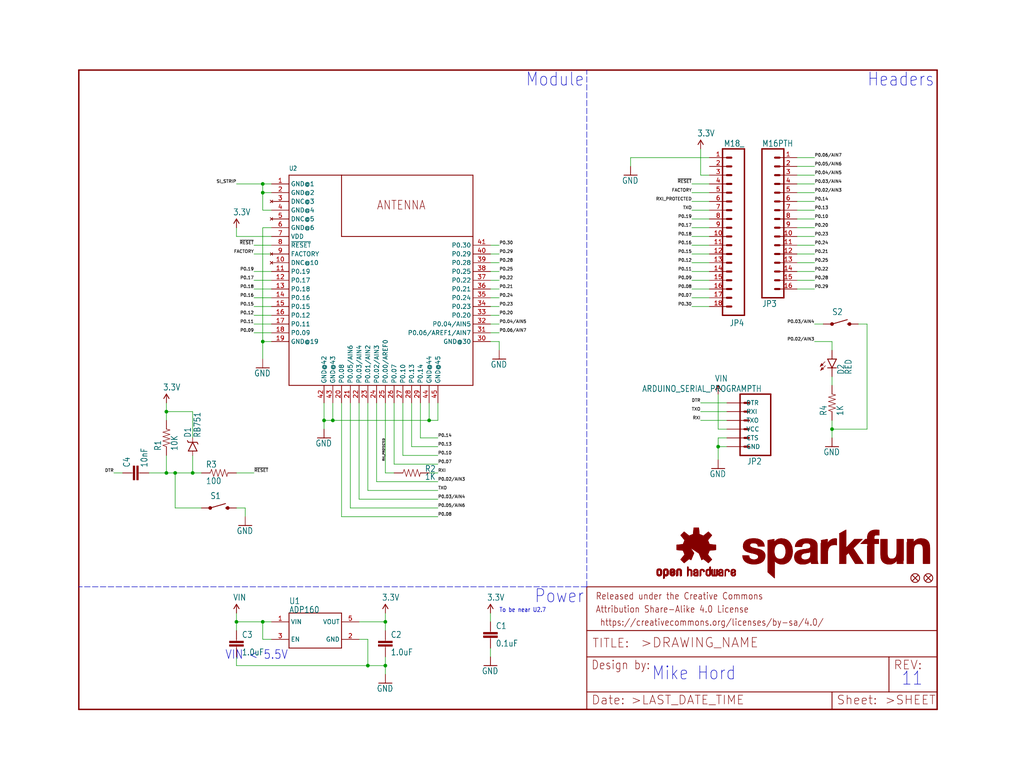
<source format=kicad_sch>
(kicad_sch (version 20211123) (generator eeschema)
  (paper "User" 297.002 225.069)
  (lib_symbols
    (symbol "eagleSchem-eagle-import:0.1UF-25V(+80{slash}-20%)(0603)"
      (property "Reference" "C" (at 1.524 2.921 0))
      (property "Value" "0.1UF-25V(+80{slash}-20%)(0603)" (at 1.524 -2.159 0))
      (symbol "0.1UF-25V(+80{slash}-20%)(0603)_1_0"
        (pin passive line (at 0 5.08 270) (length 2.54) (name "1") (number "1"))
        (pin passive line (at 0 -2.54 90) (length 2.54) (name "2") (number "2"))
      )
    )
    (symbol "eagleSchem-eagle-import:1.0UF-16V-10%(0603)"
      (property "Reference" "C" (at 1.524 2.921 0))
      (property "Value" "1.0UF-16V-10%(0603)" (at 1.524 -2.159 0))
      (symbol "1.0UF-16V-10%(0603)_1_0"
        (pin passive line (at 0 5.08 270) (length 2.54) (name "1") (number "1"))
        (pin passive line (at 0 -2.54 90) (length 2.54) (name "2") (number "2"))
      )
    )
    (symbol "eagleSchem-eagle-import:100OHM-1{slash}10W-1%(0603)"
      (property "Reference" "R" (at -3.81 1.4986 0))
      (property "Value" "100OHM-1{slash}10W-1%(0603)" (at -3.81 -3.302 0))
      (symbol "100OHM-1{slash}10W-1%(0603)_1_0"
        (pin passive line (at -5.08 0 0) (length 2.54) (name "1") (number "1"))
        (pin passive line (at 5.08 0 180) (length 2.54) (name "2") (number "2"))
      )
    )
    (symbol "eagleSchem-eagle-import:10KOHM-1{slash}10W-1%(0603)0603"
      (property "Reference" "R" (at -3.81 1.4986 0))
      (property "Value" "10KOHM-1{slash}10W-1%(0603)0603" (at -3.81 -3.302 0))
      (symbol "10KOHM-1{slash}10W-1%(0603)0603_1_0"
        (pin passive line (at -5.08 0 0) (length 2.54) (name "1") (number "1"))
        (pin passive line (at 5.08 0 180) (length 2.54) (name "2") (number "2"))
      )
    )
    (symbol "eagleSchem-eagle-import:10NF{slash}10000PF-50V-10%(0603)"
      (property "Reference" "C" (at 1.524 2.921 0))
      (property "Value" "10NF{slash}10000PF-50V-10%(0603)" (at 1.524 -2.159 0))
      (symbol "10NF{slash}10000PF-50V-10%(0603)_1_0"
        (pin passive line (at 0 5.08 270) (length 2.54) (name "1") (number "1"))
        (pin passive line (at 0 -2.54 90) (length 2.54) (name "2") (number "2"))
      )
    )
    (symbol "eagleSchem-eagle-import:1KOHM-1{slash}10W-1%(0603)"
      (property "Reference" "R" (at -3.81 1.4986 0))
      (property "Value" "1KOHM-1{slash}10W-1%(0603)" (at -3.81 -3.302 0))
      (symbol "1KOHM-1{slash}10W-1%(0603)_1_0"
        (pin passive line (at -5.08 0 0) (length 2.54) (name "1") (number "1"))
        (pin passive line (at 5.08 0 180) (length 2.54) (name "2") (number "2"))
      )
    )
    (symbol "eagleSchem-eagle-import:3.3V" (power)
      (property "Value" "3.3V" (at -1.016 3.556 0))
      (symbol "3.3V_1_0"
        (pin power_in line (at 0 0 90) (length 2.54) (name "3.3V") (number "1"))
      )
    )
    (symbol "eagleSchem-eagle-import:ADP160"
      (property "Reference" "U" (at -7.62 7.62 0))
      (property "Value" "ADP160" (at -7.62 5.08 0))
      (symbol "ADP160_1_0"
        (pin bidirectional line (at -12.7 2.54 0) (length 5.08) (name "VIN") (number "1"))
        (pin bidirectional line (at 12.7 -2.54 180) (length 5.08) (name "GND") (number "2"))
        (pin bidirectional line (at -12.7 -2.54 0) (length 5.08) (name "EN") (number "3"))
        (pin bidirectional line (at 12.7 2.54 180) (length 5.08) (name "VOUT") (number "5"))
      )
    )
    (symbol "eagleSchem-eagle-import:ARDUINO_SERIAL_PROGRAMPTH"
      (property "Reference" "JP" (at -5.08 10.922 0))
      (property "Value" "ARDUINO_SERIAL_PROGRAMPTH" (at -5.08 -10.16 0))
      (symbol "ARDUINO_SERIAL_PROGRAMPTH_1_0"
        (pin passive line (at 5.08 -5.08 180) (length 5.08) (name "DTR") (number "1"))
        (pin passive line (at 5.08 -2.54 180) (length 5.08) (name "RXI") (number "2"))
        (pin passive line (at 5.08 0 180) (length 5.08) (name "TXO") (number "3"))
        (pin passive line (at 5.08 2.54 180) (length 5.08) (name "VCC") (number "4"))
        (pin passive line (at 5.08 5.08 180) (length 5.08) (name "CTS") (number "5"))
        (pin passive line (at 5.08 7.62 180) (length 5.08) (name "GND") (number "6"))
      )
    )
    (symbol "eagleSchem-eagle-import:DIODE-SCHOTTKY-RB751"
      (property "Reference" "D" (at 2.54 0.4826 0))
      (property "Value" "DIODE-SCHOTTKY-RB751" (at 2.54 -2.3114 0))
      (symbol "DIODE-SCHOTTKY-RB751_1_0"
        (pin passive line (at -2.54 0 0) (length 0) (name "A") (number "A"))
        (pin passive line (at 2.54 0 180) (length 0) (name "C") (number "C"))
      )
    )
    (symbol "eagleSchem-eagle-import:FIDUCIALUFIDUCIAL")
    (symbol "eagleSchem-eagle-import:FRAME-LETTER"
      (symbol "FRAME-LETTER_2_0"
        (text " https://creativecommons.org/licenses/by-sa/4.0/" (at 2.54 24.13 0) (effects (font (size 1.9304 1.6408)) (justify left bottom)))
        (text ">DRAWING_NAME" (at 15.494 17.78 0) (effects (font (size 2.7432 2.7432)) (justify left bottom)))
        (text ">LAST_DATE_TIME" (at 12.7 1.27 0) (effects (font (size 2.54 2.54)) (justify left bottom)))
        (text ">SHEET" (at 86.36 1.27 0) (effects (font (size 2.54 2.54)) (justify left bottom)))
        (text "Attribution Share-Alike 4.0 License" (at 2.54 27.94 0) (effects (font (size 1.9304 1.6408)) (justify left bottom)))
        (text "Date:" (at 1.27 1.27 0) (effects (font (size 2.54 2.54)) (justify left bottom)))
        (text "Design by:" (at 1.27 11.43 0) (effects (font (size 2.54 2.159)) (justify left bottom)))
        (text "Released under the Creative Commons" (at 2.54 31.75 0) (effects (font (size 1.9304 1.6408)) (justify left bottom)))
        (text "REV:" (at 88.9 11.43 0) (effects (font (size 2.54 2.54)) (justify left bottom)))
        (text "Sheet:" (at 72.39 1.27 0) (effects (font (size 2.54 2.54)) (justify left bottom)))
        (text "TITLE:" (at 1.524 17.78 0) (effects (font (size 2.54 2.54)) (justify left bottom)))
      )
    )
    (symbol "eagleSchem-eagle-import:GND" (power)
      (property "Value" "GND" (at -2.54 -2.54 0))
      (symbol "GND_1_0"
        (pin power_in line (at 0 2.54 270) (length 2.54) (name "GND") (number "1"))
      )
    )
    (symbol "eagleSchem-eagle-import:LED-RED0603"
      (property "Reference" "D" (at 3.556 -4.572 90))
      (property "Value" "LED-RED0603" (at 5.715 -4.572 90))
      (symbol "LED-RED0603_1_0"
        (pin passive line (at 0 2.54 270) (length 2.54) (name "A") (number "A"))
        (pin passive line (at 0 -5.08 90) (length 2.54) (name "C") (number "C"))
      )
    )
    (symbol "eagleSchem-eagle-import:M16PTH"
      (property "Reference" "JP" (at 0 21.082 0))
      (property "Value" "M16PTH" (at 0 -25.4 0))
      (symbol "M16PTH_1_0"
        (pin passive line (at 10.16 -20.32 180) (length 5.08) (name "1") (number "1"))
        (pin passive line (at 10.16 2.54 180) (length 5.08) (name "10") (number "10"))
        (pin passive line (at 10.16 5.08 180) (length 5.08) (name "11") (number "11"))
        (pin passive line (at 10.16 7.62 180) (length 5.08) (name "12") (number "12"))
        (pin passive line (at 10.16 10.16 180) (length 5.08) (name "13") (number "13"))
        (pin passive line (at 10.16 12.7 180) (length 5.08) (name "14") (number "14"))
        (pin passive line (at 10.16 15.24 180) (length 5.08) (name "15") (number "15"))
        (pin passive line (at 10.16 17.78 180) (length 5.08) (name "16") (number "16"))
        (pin passive line (at 10.16 -17.78 180) (length 5.08) (name "2") (number "2"))
        (pin passive line (at 10.16 -15.24 180) (length 5.08) (name "3") (number "3"))
        (pin passive line (at 10.16 -12.7 180) (length 5.08) (name "4") (number "4"))
        (pin passive line (at 10.16 -10.16 180) (length 5.08) (name "5") (number "5"))
        (pin passive line (at 10.16 -7.62 180) (length 5.08) (name "6") (number "6"))
        (pin passive line (at 10.16 -5.08 180) (length 5.08) (name "7") (number "7"))
        (pin passive line (at 10.16 -2.54 180) (length 5.08) (name "8") (number "8"))
        (pin passive line (at 10.16 0 180) (length 5.08) (name "9") (number "9"))
      )
    )
    (symbol "eagleSchem-eagle-import:M18_"
      (property "Reference" "JP" (at -2.54 24.13 0))
      (property "Value" "M18_" (at -2.54 -27.94 0))
      (symbol "M18__1_0"
        (pin passive line (at 7.62 -22.86 180) (length 5.08) (name "1") (number "1"))
        (pin passive line (at 7.62 0 180) (length 5.08) (name "10") (number "10"))
        (pin passive line (at 7.62 2.54 180) (length 5.08) (name "11") (number "11"))
        (pin passive line (at 7.62 5.08 180) (length 5.08) (name "12") (number "12"))
        (pin passive line (at 7.62 7.62 180) (length 5.08) (name "13") (number "13"))
        (pin passive line (at 7.62 10.16 180) (length 5.08) (name "14") (number "14"))
        (pin passive line (at 7.62 12.7 180) (length 5.08) (name "15") (number "15"))
        (pin passive line (at 7.62 15.24 180) (length 5.08) (name "16") (number "16"))
        (pin passive line (at 7.62 17.78 180) (length 5.08) (name "17") (number "17"))
        (pin passive line (at 7.62 20.32 180) (length 5.08) (name "18") (number "18"))
        (pin passive line (at 7.62 -20.32 180) (length 5.08) (name "2") (number "2"))
        (pin passive line (at 7.62 -17.78 180) (length 5.08) (name "3") (number "3"))
        (pin passive line (at 7.62 -15.24 180) (length 5.08) (name "4") (number "4"))
        (pin passive line (at 7.62 -12.7 180) (length 5.08) (name "5") (number "5"))
        (pin passive line (at 7.62 -10.16 180) (length 5.08) (name "6") (number "6"))
        (pin passive line (at 7.62 -7.62 180) (length 5.08) (name "7") (number "7"))
        (pin passive line (at 7.62 -5.08 180) (length 5.08) (name "8") (number "8"))
        (pin passive line (at 7.62 -2.54 180) (length 5.08) (name "9") (number "9"))
      )
    )
    (symbol "eagleSchem-eagle-import:OSHW-LOGOS")
    (symbol "eagleSchem-eagle-import:RFD77101"
      (property "Value" "RFD77101" (at 17.78 34.036 0))
      (symbol "RFD77101_1_0"
        (text "ANTENNA" (at 0 22.86 0) (effects (font (size 2.54 2.159)) (justify left bottom)))
        (pin power_in line (at -30.48 30.48 0) (length 5.08) (name "GND@1") (number "1"))
        (pin no_connect line (at -30.48 7.62 0) (length 5.08) (name "DNC@10") (number "10"))
        (pin bidirectional line (at -30.48 5.08 0) (length 5.08) (name "P0.19") (number "11"))
        (pin bidirectional line (at -30.48 2.54 0) (length 5.08) (name "P0.17") (number "12"))
        (pin bidirectional line (at -30.48 0 0) (length 5.08) (name "P0.18") (number "13"))
        (pin bidirectional line (at -30.48 -2.54 0) (length 5.08) (name "P0.16") (number "14"))
        (pin bidirectional line (at -30.48 -5.08 0) (length 5.08) (name "P0.15") (number "15"))
        (pin bidirectional line (at -30.48 -7.62 0) (length 5.08) (name "P0.12") (number "16"))
        (pin bidirectional line (at -30.48 -10.16 0) (length 5.08) (name "P0.11") (number "17"))
        (pin bidirectional line (at -30.48 -12.7 0) (length 5.08) (name "P0.09") (number "18"))
        (pin power_in line (at -30.48 -15.24 0) (length 5.08) (name "GND@19") (number "19"))
        (pin power_in line (at -30.48 27.94 0) (length 5.08) (name "GND@2") (number "2"))
        (pin bidirectional line (at -10.16 -33.02 90) (length 5.08) (name "P0.08") (number "20"))
        (pin bidirectional line (at -7.62 -33.02 90) (length 5.08) (name "P0.05/AIN6") (number "21"))
        (pin bidirectional line (at -5.08 -33.02 90) (length 5.08) (name "P0.03/AIN4") (number "22"))
        (pin bidirectional line (at -2.54 -33.02 90) (length 5.08) (name "P0.01/AIN2") (number "23"))
        (pin bidirectional line (at 0 -33.02 90) (length 5.08) (name "P0.02/AIN3") (number "24"))
        (pin bidirectional line (at 2.54 -33.02 90) (length 5.08) (name "P0.00/AREF0") (number "25"))
        (pin bidirectional line (at 5.08 -33.02 90) (length 5.08) (name "P0.07") (number "26"))
        (pin bidirectional line (at 7.62 -33.02 90) (length 5.08) (name "P0.10") (number "27"))
        (pin bidirectional line (at 10.16 -33.02 90) (length 5.08) (name "P0.13") (number "28"))
        (pin bidirectional line (at 12.7 -33.02 90) (length 5.08) (name "P0.14") (number "29"))
        (pin no_connect line (at -30.48 25.4 0) (length 5.08) (name "DNC@3") (number "3"))
        (pin power_in line (at 33.02 -15.24 180) (length 5.08) (name "GND@30") (number "30"))
        (pin bidirectional line (at 33.02 -12.7 180) (length 5.08) (name "P0.06/AREF1/AIN7") (number "31"))
        (pin bidirectional line (at 33.02 -10.16 180) (length 5.08) (name "P0.04/AIN5") (number "32"))
        (pin bidirectional line (at 33.02 -7.62 180) (length 5.08) (name "P0.20") (number "33"))
        (pin bidirectional line (at 33.02 -5.08 180) (length 5.08) (name "P0.23") (number "34"))
        (pin bidirectional line (at 33.02 -2.54 180) (length 5.08) (name "P0.24") (number "35"))
        (pin bidirectional line (at 33.02 0 180) (length 5.08) (name "P0.21") (number "36"))
        (pin bidirectional line (at 33.02 2.54 180) (length 5.08) (name "P0.22") (number "37"))
        (pin bidirectional line (at 33.02 5.08 180) (length 5.08) (name "P0.25") (number "38"))
        (pin bidirectional line (at 33.02 7.62 180) (length 5.08) (name "P0.28") (number "39"))
        (pin power_in line (at -30.48 22.86 0) (length 5.08) (name "GND@4") (number "4"))
        (pin bidirectional line (at 33.02 10.16 180) (length 5.08) (name "P0.29") (number "40"))
        (pin bidirectional line (at 33.02 12.7 180) (length 5.08) (name "P0.30") (number "41"))
        (pin power_in line (at -15.24 -33.02 90) (length 5.08) (name "GND@42") (number "42"))
        (pin power_in line (at -12.7 -33.02 90) (length 5.08) (name "GND@43") (number "43"))
        (pin power_in line (at 15.24 -33.02 90) (length 5.08) (name "GND@44") (number "44"))
        (pin power_in line (at 17.78 -33.02 90) (length 5.08) (name "GND@45") (number "45"))
        (pin no_connect line (at -30.48 20.32 0) (length 5.08) (name "DNC@5") (number "5"))
        (pin power_in line (at -30.48 17.78 0) (length 5.08) (name "GND@6") (number "6"))
        (pin power_in line (at -30.48 15.24 0) (length 5.08) (name "VDD") (number "7"))
        (pin input line (at -30.48 12.7 0) (length 5.08) (name "~{RESET}") (number "8"))
        (pin no_connect line (at -30.48 10.16 0) (length 5.08) (name "FACTORY") (number "9"))
      )
    )
    (symbol "eagleSchem-eagle-import:SFE_LOGO_NAME.1_INCH")
    (symbol "eagleSchem-eagle-import:SWITCH-MOMENTARY-2SMD"
      (property "Reference" "S" (at -2.54 2.54 0))
      (property "Value" "SWITCH-MOMENTARY-2SMD" (at -2.54 -2.54 0))
      (symbol "SWITCH-MOMENTARY-2SMD_1_0"
        (pin passive line (at -5.08 0 0) (length 2.54) (name "1") (number "1"))
        (pin passive line (at 5.08 0 180) (length 2.54) (name "2") (number "3"))
      )
    )
    (symbol "eagleSchem-eagle-import:VIN" (power)
      (property "Value" "VIN" (at -1.016 3.556 0))
      (symbol "VIN_1_0"
        (pin power_in line (at 0 0 90) (length 2.54) (name "VIN") (number "1"))
      )
    )
  )
  (junction (at 106.68 193.04))
  (junction (at 55.88 137.16))
  (junction (at 93.98 121.92))
  (junction (at 48.26 137.16))
  (junction (at 241.3 124.46))
  (junction (at 50.8 137.16))
  (junction (at 111.76 180.34))
  (junction (at 76.2 53.34))
  (junction (at 208.28 129.54))
  (junction (at 124.46 121.92))
  (junction (at 68.58 180.34))
  (junction (at 76.2 180.34))
  (junction (at 96.52 121.92))
  (junction (at 76.2 55.88))
  (junction (at 48.26 119.38))
  (junction (at 76.2 99.06))
  (junction (at 111.76 193.04))
  (wire (pts (xy 76.2 55.88) (xy 76.2 53.34)))
  (wire (pts (xy 99.06 149.86) (xy 127 149.86)))
  (wire (pts (xy 142.24 73.66) (xy 144.78 73.66)))
  (wire (pts (xy 106.68 142.24) (xy 127 142.24)))
  (wire (pts (xy 109.22 139.7) (xy 127 139.7)))
  (wire (pts (xy 205.74 55.88) (xy 200.66 55.88)))
  (wire (pts (xy 205.74 83.82) (xy 200.66 83.82)))
  (wire (pts (xy 124.46 121.92) (xy 127 121.92)))
  (wire (pts (xy 111.76 195.58) (xy 111.76 193.04)))
  (wire (pts (xy 96.52 116.84) (xy 96.52 121.92)))
  (wire (pts (xy 99.06 116.84) (xy 99.06 149.86)))
  (wire (pts (xy 35.56 137.16) (xy 33.02 137.16)))
  (wire (pts (xy 142.24 86.36) (xy 144.78 86.36)))
  (wire (pts (xy 210.82 127) (xy 208.28 127)))
  (wire (pts (xy 142.24 91.44) (xy 144.78 91.44)))
  (wire (pts (xy 101.6 116.84) (xy 101.6 147.32)))
  (wire (pts (xy 127 121.92) (xy 127 116.84)))
  (wire (pts (xy 76.2 185.42) (xy 76.2 180.34)))
  (wire (pts (xy 231.14 45.72) (xy 236.22 45.72)))
  (wire (pts (xy 231.14 48.26) (xy 236.22 48.26)))
  (wire (pts (xy 144.78 99.06) (xy 144.78 101.6)))
  (wire (pts (xy 55.88 137.16) (xy 55.88 132.08)))
  (wire (pts (xy 142.24 96.52) (xy 144.78 96.52)))
  (wire (pts (xy 68.58 177.8) (xy 68.58 180.34)))
  (wire (pts (xy 142.24 180.34) (xy 142.24 177.8)))
  (wire (pts (xy 68.58 193.04) (xy 106.68 193.04)))
  (wire (pts (xy 205.74 58.42) (xy 200.66 58.42)))
  (wire (pts (xy 48.26 119.38) (xy 48.26 116.84)))
  (wire (pts (xy 208.28 127) (xy 208.28 129.54)))
  (wire (pts (xy 205.74 73.66) (xy 200.66 73.66)))
  (wire (pts (xy 78.74 91.44) (xy 73.66 91.44)))
  (wire (pts (xy 111.76 137.16) (xy 114.3 137.16)))
  (wire (pts (xy 43.18 137.16) (xy 48.26 137.16)))
  (wire (pts (xy 182.88 48.26) (xy 182.88 45.72)))
  (wire (pts (xy 73.66 83.82) (xy 78.74 83.82)))
  (wire (pts (xy 50.8 137.16) (xy 55.88 137.16)))
  (wire (pts (xy 111.76 193.04) (xy 106.68 193.04)))
  (wire (pts (xy 203.2 50.8) (xy 203.2 43.18)))
  (wire (pts (xy 73.66 86.36) (xy 78.74 86.36)))
  (wire (pts (xy 231.14 81.28) (xy 236.22 81.28)))
  (wire (pts (xy 124.46 137.16) (xy 127 137.16)))
  (wire (pts (xy 208.28 129.54) (xy 210.82 129.54)))
  (polyline (pts (xy 170.18 170.18) (xy 170.18 20.32)))
  (wire (pts (xy 111.76 190.5) (xy 111.76 193.04)))
  (wire (pts (xy 241.3 101.6) (xy 241.3 99.06)))
  (wire (pts (xy 68.58 182.88) (xy 68.58 180.34)))
  (wire (pts (xy 142.24 88.9) (xy 144.78 88.9)))
  (wire (pts (xy 50.8 147.32) (xy 50.8 137.16)))
  (wire (pts (xy 78.74 93.98) (xy 73.66 93.98)))
  (wire (pts (xy 78.74 60.96) (xy 76.2 60.96)))
  (wire (pts (xy 251.46 93.98) (xy 251.46 124.46)))
  (wire (pts (xy 116.84 116.84) (xy 116.84 132.08)))
  (wire (pts (xy 101.6 147.32) (xy 127 147.32)))
  (wire (pts (xy 116.84 132.08) (xy 127 132.08)))
  (wire (pts (xy 68.58 180.34) (xy 76.2 180.34)))
  (wire (pts (xy 78.74 66.04) (xy 76.2 66.04)))
  (wire (pts (xy 203.2 50.8) (xy 205.74 50.8)))
  (wire (pts (xy 96.52 121.92) (xy 124.46 121.92)))
  (wire (pts (xy 241.3 109.22) (xy 241.3 111.76)))
  (wire (pts (xy 238.76 93.98) (xy 236.22 93.98)))
  (wire (pts (xy 205.74 63.5) (xy 200.66 63.5)))
  (wire (pts (xy 119.38 129.54) (xy 127 129.54)))
  (wire (pts (xy 231.14 76.2) (xy 236.22 76.2)))
  (wire (pts (xy 111.76 116.84) (xy 111.76 137.16)))
  (wire (pts (xy 104.14 144.78) (xy 127 144.78)))
  (wire (pts (xy 78.74 88.9) (xy 73.66 88.9)))
  (wire (pts (xy 231.14 83.82) (xy 236.22 83.82)))
  (wire (pts (xy 76.2 99.06) (xy 76.2 66.04)))
  (wire (pts (xy 121.92 116.84) (xy 121.92 127)))
  (wire (pts (xy 231.14 68.58) (xy 236.22 68.58)))
  (wire (pts (xy 119.38 116.84) (xy 119.38 129.54)))
  (wire (pts (xy 78.74 71.12) (xy 73.66 71.12)))
  (wire (pts (xy 106.68 185.42) (xy 106.68 193.04)))
  (wire (pts (xy 68.58 190.5) (xy 68.58 193.04)))
  (wire (pts (xy 104.14 180.34) (xy 111.76 180.34)))
  (wire (pts (xy 104.14 185.42) (xy 106.68 185.42)))
  (wire (pts (xy 111.76 180.34) (xy 111.76 182.88)))
  (wire (pts (xy 208.28 114.3) (xy 208.28 124.46)))
  (wire (pts (xy 73.66 81.28) (xy 78.74 81.28)))
  (wire (pts (xy 71.12 147.32) (xy 71.12 149.86)))
  (wire (pts (xy 205.74 78.74) (xy 200.66 78.74)))
  (wire (pts (xy 55.88 119.38) (xy 48.26 119.38)))
  (wire (pts (xy 241.3 99.06) (xy 236.22 99.06)))
  (wire (pts (xy 205.74 88.9) (xy 200.66 88.9)))
  (wire (pts (xy 231.14 73.66) (xy 236.22 73.66)))
  (wire (pts (xy 78.74 55.88) (xy 76.2 55.88)))
  (wire (pts (xy 68.58 68.58) (xy 68.58 66.04)))
  (wire (pts (xy 76.2 60.96) (xy 76.2 55.88)))
  (wire (pts (xy 142.24 187.96) (xy 142.24 190.5)))
  (wire (pts (xy 78.74 68.58) (xy 68.58 68.58)))
  (wire (pts (xy 104.14 116.84) (xy 104.14 144.78)))
  (wire (pts (xy 251.46 124.46) (xy 241.3 124.46)))
  (wire (pts (xy 93.98 121.92) (xy 96.52 121.92)))
  (wire (pts (xy 231.14 58.42) (xy 236.22 58.42)))
  (wire (pts (xy 142.24 93.98) (xy 144.78 93.98)))
  (wire (pts (xy 231.14 55.88) (xy 236.22 55.88)))
  (wire (pts (xy 231.14 78.74) (xy 236.22 78.74)))
  (wire (pts (xy 231.14 60.96) (xy 236.22 60.96)))
  (wire (pts (xy 76.2 53.34) (xy 68.58 53.34)))
  (wire (pts (xy 142.24 81.28) (xy 144.78 81.28)))
  (wire (pts (xy 48.26 137.16) (xy 50.8 137.16)))
  (wire (pts (xy 142.24 83.82) (xy 144.78 83.82)))
  (wire (pts (xy 106.68 116.84) (xy 106.68 142.24)))
  (wire (pts (xy 205.74 60.96) (xy 200.66 60.96)))
  (wire (pts (xy 58.42 147.32) (xy 50.8 147.32)))
  (wire (pts (xy 78.74 96.52) (xy 73.66 96.52)))
  (wire (pts (xy 114.3 116.84) (xy 114.3 134.62)))
  (wire (pts (xy 93.98 121.92) (xy 93.98 124.46)))
  (wire (pts (xy 182.88 45.72) (xy 205.74 45.72)))
  (wire (pts (xy 48.26 137.16) (xy 48.26 132.08)))
  (wire (pts (xy 231.14 63.5) (xy 236.22 63.5)))
  (wire (pts (xy 111.76 177.8) (xy 111.76 180.34)))
  (wire (pts (xy 248.92 93.98) (xy 251.46 93.98)))
  (wire (pts (xy 208.28 133.35) (xy 208.28 129.54)))
  (wire (pts (xy 205.74 66.04) (xy 200.66 66.04)))
  (wire (pts (xy 109.22 116.84) (xy 109.22 139.7)))
  (wire (pts (xy 210.82 116.84) (xy 203.2 116.84)))
  (wire (pts (xy 208.28 124.46) (xy 210.82 124.46)))
  (wire (pts (xy 55.88 127) (xy 55.88 119.38)))
  (wire (pts (xy 142.24 71.12) (xy 144.78 71.12)))
  (wire (pts (xy 231.14 66.04) (xy 236.22 66.04)))
  (wire (pts (xy 76.2 53.34) (xy 78.74 53.34)))
  (wire (pts (xy 114.3 134.62) (xy 127 134.62)))
  (wire (pts (xy 231.14 50.8) (xy 236.22 50.8)))
  (wire (pts (xy 205.74 86.36) (xy 200.66 86.36)))
  (wire (pts (xy 78.74 73.66) (xy 73.66 73.66)))
  (wire (pts (xy 205.74 53.34) (xy 200.66 53.34)))
  (wire (pts (xy 205.74 71.12) (xy 200.66 71.12)))
  (wire (pts (xy 76.2 180.34) (xy 78.74 180.34)))
  (wire (pts (xy 241.3 121.92) (xy 241.3 124.46)))
  (wire (pts (xy 241.3 124.46) (xy 241.3 127)))
  (wire (pts (xy 210.82 121.92) (xy 203.2 121.92)))
  (wire (pts (xy 231.14 53.34) (xy 236.22 53.34)))
  (wire (pts (xy 205.74 76.2) (xy 200.66 76.2)))
  (wire (pts (xy 78.74 99.06) (xy 76.2 99.06)))
  (wire (pts (xy 142.24 78.74) (xy 144.78 78.74)))
  (wire (pts (xy 231.14 71.12) (xy 236.22 71.12)))
  (polyline (pts (xy 170.18 170.18) (xy 22.86 170.18)))
  (wire (pts (xy 55.88 137.16) (xy 58.42 137.16)))
  (wire (pts (xy 121.92 127) (xy 127 127)))
  (wire (pts (xy 68.58 137.16) (xy 73.66 137.16)))
  (wire (pts (xy 124.46 121.92) (xy 124.46 116.84)))
  (wire (pts (xy 210.82 119.38) (xy 203.2 119.38)))
  (wire (pts (xy 78.74 185.42) (xy 76.2 185.42)))
  (wire (pts (xy 93.98 116.84) (xy 93.98 121.92)))
  (wire (pts (xy 68.58 147.32) (xy 71.12 147.32)))
  (wire (pts (xy 76.2 99.06) (xy 76.2 104.14)))
  (wire (pts (xy 48.26 121.92) (xy 48.26 119.38)))
  (wire (pts (xy 73.66 78.74) (xy 78.74 78.74)))
  (wire (pts (xy 205.74 81.28) (xy 200.66 81.28)))
  (wire (pts (xy 142.24 99.06) (xy 144.78 99.06)))
  (wire (pts (xy 205.74 68.58) (xy 200.66 68.58)))
  (wire (pts (xy 142.24 76.2) (xy 144.78 76.2)))
  (text "Power" (at 154.94 175.26 180) (effects (font (size 3.81 3.2385)) (justify left bottom)))
  (text "Mike Hord" (at 188.976 197.612 180) (effects (font (size 3.81 3.2385)) (justify left bottom)))
  (text "11" (at 261.366 199.136 180) (effects (font (size 3.81 3.2385)) (justify left bottom)))
  (text "Headers" (at 251.46 25.4 180) (effects (font (size 3.81 3.2385)) (justify left bottom)))
  (text "Module" (at 152.4 25.4 180) (effects (font (size 3.81 3.2385)) (justify left bottom)))
  (text "To be near U2.7" (at 144.78 177.8 180) (effects (font (size 1.27 1.0795)) (justify left bottom)))
  (text "VIN < 5.5V" (at 65.278 191.516 180) (effects (font (size 2.54 2.159)) (justify left bottom)))
  (label "P0.11" (at 200.66 78.74 180) (effects (font (size 0.889 0.889))))
  (label "P0.19" (at 73.66 78.74 180) (effects (font (size 0.889 0.889))))
  (label "P0.25" (at 236.22 76.2 0) (effects (font (size 0.889 0.889))))
  (label "P0.03/AIN4" (at 236.22 53.34 0) (effects (font (size 0.889 0.889))))
  (label "P0.09" (at 200.66 81.28 180) (effects (font (size 0.889 0.889))))
  (label "P0.18" (at 200.66 68.58 180) (effects (font (size 0.889 0.889))))
  (label "DTR" (at 203.2 116.84 180) (effects (font (size 0.889 0.889))))
  (label "P0.30" (at 144.78 71.12 0) (effects (font (size 0.889 0.889))))
  (label "P0.09" (at 73.66 96.52 180) (effects (font (size 0.889 0.889))))
  (label "P0.28" (at 144.78 76.2 0) (effects (font (size 0.889 0.889))))
  (label "P0.17" (at 73.66 81.28 180) (effects (font (size 0.889 0.889))))
  (label "P0.07" (at 200.66 86.36 180) (effects (font (size 0.889 0.889))))
  (label "FACTORY" (at 200.66 55.88 180) (effects (font (size 0.889 0.889))))
  (label "P0.16" (at 73.66 86.36 180) (effects (font (size 0.889 0.889))))
  (label "TXO" (at 200.66 60.96 180) (effects (font (size 0.889 0.889))))
  (label "P0.12" (at 200.66 76.2 180) (effects (font (size 0.889 0.889))))
  (label "P0.05/AIN6" (at 127 147.32 0) (effects (font (size 0.889 0.889))))
  (label "P0.10" (at 127 132.08 0) (effects (font (size 0.889 0.889))))
  (label "P0.23" (at 236.22 68.58 0) (effects (font (size 0.889 0.889))))
  (label "SI_STRIP" (at 68.58 53.34 180) (effects (font (size 0.889 0.889))))
  (label "P0.23" (at 144.78 88.9 0) (effects (font (size 0.889 0.889))))
  (label "P0.15" (at 200.66 73.66 180) (effects (font (size 0.889 0.889))))
  (label "P0.10" (at 236.22 63.5 0) (effects (font (size 0.889 0.889))))
  (label "P0.07" (at 127 134.62 0) (effects (font (size 0.889 0.889))))
  (label "P0.22" (at 144.78 81.28 0) (effects (font (size 0.889 0.889))))
  (label "P0.06/AIN7" (at 236.22 45.72 0) (effects (font (size 0.889 0.889))))
  (label "DTR" (at 33.02 137.16 180) (effects (font (size 0.889 0.889))))
  (label "P0.25" (at 144.78 78.74 0) (effects (font (size 0.889 0.889))))
  (label "P0.18" (at 73.66 83.82 180) (effects (font (size 0.889 0.889))))
  (label "P0.15" (at 73.66 88.9 180) (effects (font (size 0.889 0.889))))
  (label "P0.13" (at 236.22 60.96 0) (effects (font (size 0.889 0.889))))
  (label "P0.30" (at 200.66 88.9 180) (effects (font (size 0.889 0.889))))
  (label "P0.29" (at 236.22 83.82 0) (effects (font (size 0.889 0.889))))
  (label "P0.02/AIN3" (at 236.22 99.06 180) (effects (font (size 0.889 0.889))))
  (label "P0.17" (at 200.66 66.04 180) (effects (font (size 0.889 0.889))))
  (label "P0.22" (at 236.22 78.74 0) (effects (font (size 0.889 0.889))))
  (label "~{RESET}" (at 200.66 53.34 180) (effects (font (size 0.889 0.889))))
  (label "P0.24" (at 236.22 71.12 0) (effects (font (size 0.889 0.889))))
  (label "P0.03/AIN4" (at 236.22 93.98 180) (effects (font (size 0.889 0.889))))
  (label "~{RESET}" (at 73.66 71.12 180) (effects (font (size 0.889 0.889))))
  (label "P0.14" (at 127 127 0) (effects (font (size 0.889 0.889))))
  (label "P0.14" (at 236.22 58.42 0) (effects (font (size 0.889 0.889))))
  (label "TXO" (at 127 142.24 0) (effects (font (size 0.889 0.889))))
  (label "P0.06/AIN7" (at 144.78 96.52 0) (effects (font (size 0.889 0.889))))
  (label "P0.08" (at 127 149.86 0) (effects (font (size 0.889 0.889))))
  (label "P0.21" (at 236.22 73.66 0) (effects (font (size 0.889 0.889))))
  (label "P0.19" (at 200.66 63.5 180) (effects (font (size 0.889 0.889))))
  (label "~{RESET}" (at 73.66 137.16 0) (effects (font (size 0.889 0.889))))
  (label "RXI_PROTECTED" (at 200.66 58.42 180) (effects (font (size 0.889 0.889))))
  (label "P0.20" (at 144.78 91.44 0) (effects (font (size 0.889 0.889))))
  (label "P0.04/AIN5" (at 144.78 93.98 0) (effects (font (size 0.889 0.889))))
  (label "P0.02/AIN3" (at 236.22 55.88 0) (effects (font (size 0.889 0.889))))
  (label "P0.08" (at 200.66 83.82 180) (effects (font (size 0.889 0.889))))
  (label "P0.13" (at 127 129.54 0) (effects (font (size 0.889 0.889))))
  (label "P0.16" (at 200.66 71.12 180) (effects (font (size 0.889 0.889))))
  (label "P0.21" (at 144.78 83.82 0) (effects (font (size 0.889 0.889))))
  (label "P0.03/AIN4" (at 127 144.78 0) (effects (font (size 0.889 0.889))))
  (label "P0.20" (at 236.22 66.04 0) (effects (font (size 0.889 0.889))))
  (label "P0.28" (at 236.22 81.28 0) (effects (font (size 0.889 0.889))))
  (label "RXI" (at 127 137.16 0) (effects (font (size 0.889 0.889))))
  (label "P0.05/AIN6" (at 236.22 48.26 0) (effects (font (size 0.889 0.889))))
  (label "RXI" (at 203.2 121.92 180) (effects (font (size 0.889 0.889))))
  (label "P0.11" (at 73.66 93.98 180) (effects (font (size 0.889 0.889))))
  (label "P0.24" (at 144.78 86.36 0) (effects (font (size 0.889 0.889))))
  (label "P0.29" (at 144.78 73.66 0) (effects (font (size 0.889 0.889))))
  (label "P0.02/AIN3" (at 127 139.7 0) (effects (font (size 0.889 0.889))))
  (label "P0.12" (at 73.66 91.44 180) (effects (font (size 0.889 0.889))))
  (label "FACTORY" (at 73.66 73.66 180) (effects (font (size 0.889 0.889))))
  (label "P0.04/AIN5" (at 236.22 50.8 0) (effects (font (size 0.889 0.889))))
  (label "TXO" (at 203.2 119.38 180) (effects (font (size 0.889 0.889))))
  (label "RXI_PROTECTED" (at 111.76 127 270) (effects (font (size 0.569 0.569))))
  (symbol (lib_id "eagleSchem-eagle-import:10KOHM-1{slash}10W-1%(0603)0603") (at 48.26 127 90) (unit 1)
    (property "Reference" "R1" (at 46.7614 130.81 0) (effects (font (size 1.778 1.5113)) (justify left bottom)))
    (property "Value" "10K" (at 51.562 130.81 0) (effects (font (size 1.778 1.5113)) (justify left bottom)))
    (property "Footprint" "eagleSchem:0603-RES" (effects hide))
  )
  (symbol (lib_id "eagleSchem-eagle-import:FIDUCIALUFIDUCIAL") (at 269.24 167.64 0) (unit 1)
    (property "Reference" "FID1" (effects hide))
    (property "Value" "FIDUCIALUFIDUCIAL" (effects hide))
    (property "Footprint" "eagleSchem:MICRO-FIDUCIAL" (effects hide))
  )
  (symbol (lib_id "eagleSchem-eagle-import:GND") (at 111.76 198.12 0) (unit 1)
    (property "Reference" "#GND1" (effects hide))
    (property "Value" "GND" (at 109.22 200.66 0) (effects (font (size 1.778 1.5113)) (justify left bottom)))
    (property "Footprint" "eagleSchem:" (effects hide))
  )
  (symbol (lib_id "eagleSchem-eagle-import:VIN") (at 208.28 114.3 0) (unit 1)
    (property "Reference" "#SUPPLY3" (effects hide))
    (property "Value" "VIN" (at 207.264 110.744 0) (effects (font (size 1.778 1.5113)) (justify left bottom)))
    (property "Footprint" "eagleSchem:" (effects hide))
  )
  (symbol (lib_id "eagleSchem-eagle-import:LED-RED0603") (at 241.3 104.14 0) (unit 1)
    (property "Reference" "D2" (at 244.856 108.712 90) (effects (font (size 1.778 1.5113)) (justify left bottom)))
    (property "Value" "RED" (at 247.015 108.712 90) (effects (font (size 1.778 1.5113)) (justify left bottom)))
    (property "Footprint" "eagleSchem:LED-0603" (effects hide))
  )
  (symbol (lib_id "eagleSchem-eagle-import:1.0UF-16V-10%(0603)") (at 111.76 187.96 0) (unit 1)
    (property "Reference" "C2" (at 113.284 185.039 0) (effects (font (size 1.778 1.5113)) (justify left bottom)))
    (property "Value" "1.0uF" (at 113.284 190.119 0) (effects (font (size 1.778 1.5113)) (justify left bottom)))
    (property "Footprint" "eagleSchem:0603-CAP" (effects hide))
  )
  (symbol (lib_id "eagleSchem-eagle-import:3.3V") (at 142.24 177.8 0) (unit 1)
    (property "Reference" "#SUPPLY5" (effects hide))
    (property "Value" "3.3V" (at 141.224 174.244 0) (effects (font (size 1.778 1.5113)) (justify left bottom)))
    (property "Footprint" "eagleSchem:" (effects hide))
  )
  (symbol (lib_id "eagleSchem-eagle-import:ADP160") (at 91.44 182.88 0) (unit 1)
    (property "Reference" "U1" (at 83.82 175.26 0) (effects (font (size 1.778 1.5113)) (justify left bottom)))
    (property "Value" "ADP160" (at 83.82 177.8 0) (effects (font (size 1.778 1.5113)) (justify left bottom)))
    (property "Footprint" "eagleSchem:SOT23-5" (effects hide))
  )
  (symbol (lib_id "eagleSchem-eagle-import:GND") (at 241.3 129.54 0) (unit 1)
    (property "Reference" "#GND6" (effects hide))
    (property "Value" "GND" (at 238.76 132.08 0) (effects (font (size 1.778 1.5113)) (justify left bottom)))
    (property "Footprint" "eagleSchem:" (effects hide))
  )
  (symbol (lib_id "eagleSchem-eagle-import:M18_") (at 213.36 68.58 180) (unit 1)
    (property "Reference" "JP4" (at 215.9 92.71 0) (effects (font (size 1.778 1.5113)) (justify left bottom)))
    (property "Value" "M18_" (at 215.9 40.64 0) (effects (font (size 1.778 1.5113)) (justify left bottom)))
    (property "Footprint" "eagleSchem:1X18" (effects hide))
  )
  (symbol (lib_id "eagleSchem-eagle-import:SFE_LOGO_NAME.1_INCH") (at 213.36 167.64 0) (unit 1)
    (property "Reference" "LOGO1" (effects hide))
    (property "Value" "SFE_LOGO_NAME.1_INCH" (effects hide))
    (property "Footprint" "eagleSchem:SFE_LOGO_NAME_.1" (effects hide))
  )
  (symbol (lib_id "eagleSchem-eagle-import:GND") (at 71.12 152.4 0) (unit 1)
    (property "Reference" "#GND9" (effects hide))
    (property "Value" "GND" (at 68.58 154.94 0) (effects (font (size 1.778 1.5113)) (justify left bottom)))
    (property "Footprint" "eagleSchem:" (effects hide))
  )
  (symbol (lib_id "eagleSchem-eagle-import:GND") (at 93.98 127 0) (unit 1)
    (property "Reference" "#GND3" (effects hide))
    (property "Value" "GND" (at 91.44 129.54 0) (effects (font (size 1.778 1.5113)) (justify left bottom)))
    (property "Footprint" "eagleSchem:" (effects hide))
  )
  (symbol (lib_id "eagleSchem-eagle-import:0.1UF-25V(+80{slash}-20%)(0603)") (at 142.24 185.42 0) (unit 1)
    (property "Reference" "C1" (at 143.764 182.499 0) (effects (font (size 1.778 1.5113)) (justify left bottom)))
    (property "Value" "0.1uF" (at 143.764 187.579 0) (effects (font (size 1.778 1.5113)) (justify left bottom)))
    (property "Footprint" "eagleSchem:0603-CAP" (effects hide))
  )
  (symbol (lib_id "eagleSchem-eagle-import:GND") (at 182.88 50.8 0) (unit 1)
    (property "Reference" "#GND8" (effects hide))
    (property "Value" "GND" (at 180.34 53.34 0) (effects (font (size 1.778 1.5113)) (justify left bottom)))
    (property "Footprint" "eagleSchem:" (effects hide))
  )
  (symbol (lib_id "eagleSchem-eagle-import:GND") (at 208.28 135.89 0) (unit 1)
    (property "Reference" "#GND5" (effects hide))
    (property "Value" "GND" (at 205.74 138.43 0) (effects (font (size 1.778 1.5113)) (justify left bottom)))
    (property "Footprint" "eagleSchem:" (effects hide))
  )
  (symbol (lib_id "eagleSchem-eagle-import:RFD77101") (at 109.22 83.82 0) (unit 1)
    (property "Reference" "U2" (at 83.82 49.53 0) (effects (font (size 1.27 1.0795)) (justify left bottom)))
    (property "Value" "RFD77101" (at 127 49.784 0) (effects (font (size 1.27 1.0795)) (justify left bottom)))
    (property "Footprint" "eagleSchem:RFD77101" (effects hide))
    (property "Value" "RFD77101" (effects hide))
  )
  (symbol (lib_id "eagleSchem-eagle-import:3.3V") (at 48.26 116.84 0) (unit 1)
    (property "Reference" "#SUPPLY8" (effects hide))
    (property "Value" "3.3V" (at 47.244 113.284 0) (effects (font (size 1.778 1.5113)) (justify left bottom)))
    (property "Footprint" "eagleSchem:" (effects hide))
  )
  (symbol (lib_id "eagleSchem-eagle-import:M16PTH") (at 220.98 66.04 0) (mirror x) (unit 1)
    (property "Reference" "JP3" (at 220.98 87.122 0) (effects (font (size 1.778 1.5113)) (justify left bottom)))
    (property "Value" "M16PTH" (at 220.98 40.64 0) (effects (font (size 1.778 1.5113)) (justify left bottom)))
    (property "Footprint" "eagleSchem:1X16" (effects hide))
  )
  (symbol (lib_id "eagleSchem-eagle-import:SWITCH-MOMENTARY-2SMD") (at 243.84 93.98 0) (unit 1)
    (property "Reference" "S2" (at 241.3 91.44 0) (effects (font (size 1.778 1.5113)) (justify left bottom)))
    (property "Value" "SWITCH-MOMENTARY-2SMD" (effects hide))
    (property "Footprint" "eagleSchem:TACTILE-SWITCH-SMD" (effects hide))
  )
  (symbol (lib_id "eagleSchem-eagle-import:3.3V") (at 68.58 66.04 0) (unit 1)
    (property "Reference" "#SUPPLY1" (effects hide))
    (property "Value" "3.3V" (at 67.564 62.484 0) (effects (font (size 1.778 1.5113)) (justify left bottom)))
    (property "Footprint" "eagleSchem:" (effects hide))
  )
  (symbol (lib_id "eagleSchem-eagle-import:SWITCH-MOMENTARY-2SMD") (at 63.5 147.32 0) (unit 1)
    (property "Reference" "S1" (at 60.96 144.78 0) (effects (font (size 1.778 1.5113)) (justify left bottom)))
    (property "Value" "SWITCH-MOMENTARY-2SMD" (effects hide))
    (property "Footprint" "eagleSchem:TACTILE-SWITCH-SMD" (effects hide))
  )
  (symbol (lib_id "eagleSchem-eagle-import:1.0UF-16V-10%(0603)") (at 68.58 187.96 0) (unit 1)
    (property "Reference" "C3" (at 70.104 185.039 0) (effects (font (size 1.778 1.5113)) (justify left bottom)))
    (property "Value" "1.0uF" (at 70.104 190.119 0) (effects (font (size 1.778 1.5113)) (justify left bottom)))
    (property "Footprint" "eagleSchem:0603-CAP" (effects hide))
  )
  (symbol (lib_id "eagleSchem-eagle-import:FRAME-LETTER") (at 170.18 205.74 0) (unit 2)
    (property "Reference" "FRAME1" (effects hide))
    (property "Value" "FRAME-LETTER" (effects hide))
    (property "Footprint" "eagleSchem:CREATIVE_COMMONS" (effects hide))
  )
  (symbol (lib_id "eagleSchem-eagle-import:GND") (at 76.2 106.68 0) (unit 1)
    (property "Reference" "#GND2" (effects hide))
    (property "Value" "GND" (at 73.66 109.22 0) (effects (font (size 1.778 1.5113)) (justify left bottom)))
    (property "Footprint" "eagleSchem:" (effects hide))
  )
  (symbol (lib_id "eagleSchem-eagle-import:SFE_LOGO_NAME.1_INCH") (at 213.36 167.64 0) (unit 1)
    (property "Reference" "LOGO3" (effects hide))
    (property "Value" "SFE_LOGO_NAME.1_INCH" (effects hide))
    (property "Footprint" "eagleSchem:SFE_LOGO_NAME_.1" (effects hide))
  )
  (symbol (lib_id "eagleSchem-eagle-import:100OHM-1{slash}10W-1%(0603)") (at 63.5 137.16 0) (unit 1)
    (property "Reference" "R3" (at 59.69 135.6614 0) (effects (font (size 1.778 1.5113)) (justify left bottom)))
    (property "Value" "100" (at 59.69 140.462 0) (effects (font (size 1.778 1.5113)) (justify left bottom)))
    (property "Footprint" "eagleSchem:0603-RES" (effects hide))
  )
  (symbol (lib_id "eagleSchem-eagle-import:ARDUINO_SERIAL_PROGRAMPTH") (at 215.9 121.92 180) (unit 1)
    (property "Reference" "JP2" (at 220.98 132.842 0) (effects (font (size 1.778 1.5113)) (justify left bottom)))
    (property "Value" "ARDUINO_SERIAL_PROGRAMPTH" (at 220.98 111.76 0) (effects (font (size 1.778 1.5113)) (justify left bottom)))
    (property "Footprint" "eagleSchem:1X06" (effects hide))
  )
  (symbol (lib_id "eagleSchem-eagle-import:OSHW-LOGOS") (at 201.93 158.75 0) (unit 1)
    (property "Reference" "LOGO4" (effects hide))
    (property "Value" "OSHW-LOGOS" (effects hide))
    (property "Footprint" "eagleSchem:OSHW-LOGO-S" (effects hide))
  )
  (symbol (lib_id "eagleSchem-eagle-import:3.3V") (at 203.2 43.18 0) (unit 1)
    (property "Reference" "#SUPPLY6" (effects hide))
    (property "Value" "3.3V" (at 202.184 39.624 0) (effects (font (size 1.778 1.5113)) (justify left bottom)))
    (property "Footprint" "eagleSchem:" (effects hide))
  )
  (symbol (lib_id "eagleSchem-eagle-import:3.3V") (at 111.76 177.8 0) (unit 1)
    (property "Reference" "#SUPPLY4" (effects hide))
    (property "Value" "3.3V" (at 110.744 174.244 0) (effects (font (size 1.778 1.5113)) (justify left bottom)))
    (property "Footprint" "eagleSchem:" (effects hide))
  )
  (symbol (lib_id "eagleSchem-eagle-import:10NF{slash}10000PF-50V-10%(0603)") (at 40.64 137.16 90) (unit 1)
    (property "Reference" "C4" (at 37.719 135.636 0) (effects (font (size 1.778 1.5113)) (justify left bottom)))
    (property "Value" "10nF" (at 42.799 135.636 0) (effects (font (size 1.778 1.5113)) (justify left bottom)))
    (property "Footprint" "eagleSchem:0603-CAP" (effects hide))
  )
  (symbol (lib_id "eagleSchem-eagle-import:GND") (at 142.24 193.04 0) (unit 1)
    (property "Reference" "#GND7" (effects hide))
    (property "Value" "GND" (at 139.7 195.58 0) (effects (font (size 1.778 1.5113)) (justify left bottom)))
    (property "Footprint" "eagleSchem:" (effects hide))
  )
  (symbol (lib_id "eagleSchem-eagle-import:VIN") (at 68.58 177.8 0) (unit 1)
    (property "Reference" "#SUPPLY2" (effects hide))
    (property "Value" "VIN" (at 67.564 174.244 0) (effects (font (size 1.778 1.5113)) (justify left bottom)))
    (property "Footprint" "eagleSchem:" (effects hide))
  )
  (symbol (lib_id "eagleSchem-eagle-import:OSHW-LOGOS") (at 201.93 158.75 0) (unit 1)
    (property "Reference" "LOGO2" (effects hide))
    (property "Value" "OSHW-LOGOS" (effects hide))
    (property "Footprint" "eagleSchem:OSHW-LOGO-S" (effects hide))
  )
  (symbol (lib_id "eagleSchem-eagle-import:GND") (at 144.78 104.14 0) (unit 1)
    (property "Reference" "#GND4" (effects hide))
    (property "Value" "GND" (at 142.24 106.68 0) (effects (font (size 1.778 1.5113)) (justify left bottom)))
    (property "Footprint" "eagleSchem:" (effects hide))
  )
  (symbol (lib_id "eagleSchem-eagle-import:1KOHM-1{slash}10W-1%(0603)") (at 241.3 116.84 90) (unit 1)
    (property "Reference" "R4" (at 239.8014 120.65 0) (effects (font (size 1.778 1.5113)) (justify left bottom)))
    (property "Value" "1K" (at 244.602 120.65 0) (effects (font (size 1.778 1.5113)) (justify left bottom)))
    (property "Footprint" "eagleSchem:0603-RES" (effects hide))
  )
  (symbol (lib_id "eagleSchem-eagle-import:DIODE-SCHOTTKY-RB751") (at 55.88 129.54 90) (unit 1)
    (property "Reference" "D1" (at 55.3974 127 0) (effects (font (size 1.778 1.5113)) (justify left bottom)))
    (property "Value" "RB751" (at 58.1914 127 0) (effects (font (size 1.778 1.5113)) (justify left bottom)))
    (property "Footprint" "eagleSchem:SOD-523" (effects hide))
  )
  (symbol (lib_id "eagleSchem-eagle-import:FIDUCIALUFIDUCIAL") (at 265.43 167.64 0) (unit 1)
    (property "Reference" "FID2" (effects hide))
    (property "Value" "FIDUCIALUFIDUCIAL" (effects hide))
    (property "Footprint" "eagleSchem:MICRO-FIDUCIAL" (effects hide))
  )
  (symbol (lib_id "eagleSchem-eagle-import:FRAME-LETTER") (at 22.86 205.74 0) (unit 1)
    (property "Reference" "FRAME1" (effects hide))
    (property "Value" "FRAME-LETTER" (effects hide))
    (property "Footprint" "eagleSchem:CREATIVE_COMMONS" (effects hide))
  )
  (symbol (lib_id "eagleSchem-eagle-import:1KOHM-1{slash}10W-1%(0603)") (at 119.38 137.16 0) (unit 1)
    (property "Reference" "R2" (at 123.19 136.9314 0) (effects (font (size 1.778 1.5113)) (justify left bottom)))
    (property "Value" "1K" (at 123.19 139.192 0) (effects (font (size 1.778 1.5113)) (justify left bottom)))
    (property "Footprint" "eagleSchem:0603-RES" (effects hide))
  )
)
</source>
